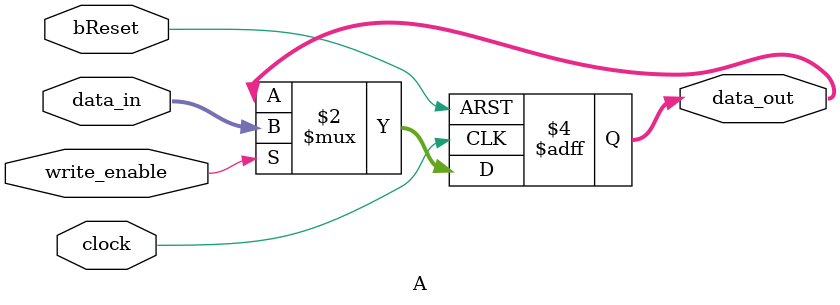
<source format=v>

module A (
    input       [7:0] data_in,
    output reg  [7:0] data_out,
    input             clock,
    input             write_enable,
    input             bReset
);

always @(posedge clock or posedge bReset) begin
    if (bReset)
        data_out <= 8'b0;
    else if (write_enable)
        data_out <= data_in;
end

endmodule

</source>
